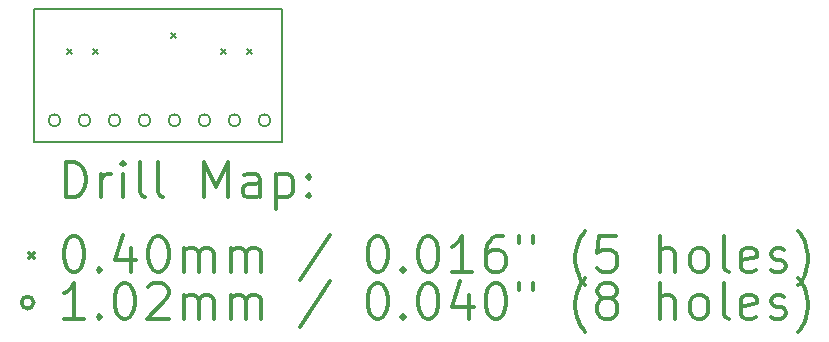
<source format=gbr>
%FSLAX45Y45*%
G04 Gerber Fmt 4.5, Leading zero omitted, Abs format (unit mm)*
G04 Created by KiCad (PCBNEW 4.0.4-stable) date Tuesday, 29 November 2016 'PMt' 01:41:12 PM*
%MOMM*%
%LPD*%
G01*
G04 APERTURE LIST*
%ADD10C,0.127000*%
%ADD11C,0.150000*%
%ADD12C,0.200000*%
%ADD13C,0.300000*%
G04 APERTURE END LIST*
D10*
D11*
X9080000Y-11980000D02*
X9080000Y-12030000D01*
X11180000Y-11980000D02*
X9080000Y-11980000D01*
X11180000Y-12030000D02*
X11180000Y-11980000D01*
X9080000Y-12040000D02*
X9080000Y-12770000D01*
X11180000Y-12760000D02*
X11180000Y-12040000D01*
X9080000Y-13100000D02*
X9080000Y-12770000D01*
X9250000Y-13100000D02*
X9080000Y-13100000D01*
X11180000Y-13100000D02*
X11180000Y-12760000D01*
X11050000Y-13100000D02*
X11180000Y-13100000D01*
X11050000Y-13100000D02*
X9250000Y-13100000D01*
D12*
X9360000Y-12320000D02*
X9400000Y-12360000D01*
X9400000Y-12320000D02*
X9360000Y-12360000D01*
X9580000Y-12320000D02*
X9620000Y-12360000D01*
X9620000Y-12320000D02*
X9580000Y-12360000D01*
X10240000Y-12180000D02*
X10280000Y-12220000D01*
X10280000Y-12180000D02*
X10240000Y-12220000D01*
X10660000Y-12320000D02*
X10700000Y-12360000D01*
X10700000Y-12320000D02*
X10660000Y-12360000D01*
X10880000Y-12320000D02*
X10920000Y-12360000D01*
X10920000Y-12320000D02*
X10880000Y-12360000D01*
X9300800Y-12920000D02*
G75*
G03X9300800Y-12920000I-50800J0D01*
G01*
X9554800Y-12920000D02*
G75*
G03X9554800Y-12920000I-50800J0D01*
G01*
X9808800Y-12920000D02*
G75*
G03X9808800Y-12920000I-50800J0D01*
G01*
X10062800Y-12920000D02*
G75*
G03X10062800Y-12920000I-50800J0D01*
G01*
X10316800Y-12920000D02*
G75*
G03X10316800Y-12920000I-50800J0D01*
G01*
X10570800Y-12920000D02*
G75*
G03X10570800Y-12920000I-50800J0D01*
G01*
X10824800Y-12920000D02*
G75*
G03X10824800Y-12920000I-50800J0D01*
G01*
X11078800Y-12920000D02*
G75*
G03X11078800Y-12920000I-50800J0D01*
G01*
D13*
X9343929Y-13573214D02*
X9343929Y-13273214D01*
X9415357Y-13273214D01*
X9458214Y-13287500D01*
X9486786Y-13316071D01*
X9501071Y-13344643D01*
X9515357Y-13401786D01*
X9515357Y-13444643D01*
X9501071Y-13501786D01*
X9486786Y-13530357D01*
X9458214Y-13558929D01*
X9415357Y-13573214D01*
X9343929Y-13573214D01*
X9643929Y-13573214D02*
X9643929Y-13373214D01*
X9643929Y-13430357D02*
X9658214Y-13401786D01*
X9672500Y-13387500D01*
X9701071Y-13373214D01*
X9729643Y-13373214D01*
X9829643Y-13573214D02*
X9829643Y-13373214D01*
X9829643Y-13273214D02*
X9815357Y-13287500D01*
X9829643Y-13301786D01*
X9843929Y-13287500D01*
X9829643Y-13273214D01*
X9829643Y-13301786D01*
X10015357Y-13573214D02*
X9986786Y-13558929D01*
X9972500Y-13530357D01*
X9972500Y-13273214D01*
X10172500Y-13573214D02*
X10143929Y-13558929D01*
X10129643Y-13530357D01*
X10129643Y-13273214D01*
X10515357Y-13573214D02*
X10515357Y-13273214D01*
X10615357Y-13487500D01*
X10715357Y-13273214D01*
X10715357Y-13573214D01*
X10986786Y-13573214D02*
X10986786Y-13416071D01*
X10972500Y-13387500D01*
X10943929Y-13373214D01*
X10886786Y-13373214D01*
X10858214Y-13387500D01*
X10986786Y-13558929D02*
X10958214Y-13573214D01*
X10886786Y-13573214D01*
X10858214Y-13558929D01*
X10843929Y-13530357D01*
X10843929Y-13501786D01*
X10858214Y-13473214D01*
X10886786Y-13458929D01*
X10958214Y-13458929D01*
X10986786Y-13444643D01*
X11129643Y-13373214D02*
X11129643Y-13673214D01*
X11129643Y-13387500D02*
X11158214Y-13373214D01*
X11215357Y-13373214D01*
X11243928Y-13387500D01*
X11258214Y-13401786D01*
X11272500Y-13430357D01*
X11272500Y-13516071D01*
X11258214Y-13544643D01*
X11243928Y-13558929D01*
X11215357Y-13573214D01*
X11158214Y-13573214D01*
X11129643Y-13558929D01*
X11401071Y-13544643D02*
X11415357Y-13558929D01*
X11401071Y-13573214D01*
X11386786Y-13558929D01*
X11401071Y-13544643D01*
X11401071Y-13573214D01*
X11401071Y-13387500D02*
X11415357Y-13401786D01*
X11401071Y-13416071D01*
X11386786Y-13401786D01*
X11401071Y-13387500D01*
X11401071Y-13416071D01*
X9032500Y-14047500D02*
X9072500Y-14087500D01*
X9072500Y-14047500D02*
X9032500Y-14087500D01*
X9401071Y-13903214D02*
X9429643Y-13903214D01*
X9458214Y-13917500D01*
X9472500Y-13931786D01*
X9486786Y-13960357D01*
X9501071Y-14017500D01*
X9501071Y-14088929D01*
X9486786Y-14146071D01*
X9472500Y-14174643D01*
X9458214Y-14188929D01*
X9429643Y-14203214D01*
X9401071Y-14203214D01*
X9372500Y-14188929D01*
X9358214Y-14174643D01*
X9343929Y-14146071D01*
X9329643Y-14088929D01*
X9329643Y-14017500D01*
X9343929Y-13960357D01*
X9358214Y-13931786D01*
X9372500Y-13917500D01*
X9401071Y-13903214D01*
X9629643Y-14174643D02*
X9643929Y-14188929D01*
X9629643Y-14203214D01*
X9615357Y-14188929D01*
X9629643Y-14174643D01*
X9629643Y-14203214D01*
X9901071Y-14003214D02*
X9901071Y-14203214D01*
X9829643Y-13888929D02*
X9758214Y-14103214D01*
X9943928Y-14103214D01*
X10115357Y-13903214D02*
X10143929Y-13903214D01*
X10172500Y-13917500D01*
X10186786Y-13931786D01*
X10201071Y-13960357D01*
X10215357Y-14017500D01*
X10215357Y-14088929D01*
X10201071Y-14146071D01*
X10186786Y-14174643D01*
X10172500Y-14188929D01*
X10143929Y-14203214D01*
X10115357Y-14203214D01*
X10086786Y-14188929D01*
X10072500Y-14174643D01*
X10058214Y-14146071D01*
X10043929Y-14088929D01*
X10043929Y-14017500D01*
X10058214Y-13960357D01*
X10072500Y-13931786D01*
X10086786Y-13917500D01*
X10115357Y-13903214D01*
X10343929Y-14203214D02*
X10343929Y-14003214D01*
X10343929Y-14031786D02*
X10358214Y-14017500D01*
X10386786Y-14003214D01*
X10429643Y-14003214D01*
X10458214Y-14017500D01*
X10472500Y-14046071D01*
X10472500Y-14203214D01*
X10472500Y-14046071D02*
X10486786Y-14017500D01*
X10515357Y-14003214D01*
X10558214Y-14003214D01*
X10586786Y-14017500D01*
X10601071Y-14046071D01*
X10601071Y-14203214D01*
X10743929Y-14203214D02*
X10743929Y-14003214D01*
X10743929Y-14031786D02*
X10758214Y-14017500D01*
X10786786Y-14003214D01*
X10829643Y-14003214D01*
X10858214Y-14017500D01*
X10872500Y-14046071D01*
X10872500Y-14203214D01*
X10872500Y-14046071D02*
X10886786Y-14017500D01*
X10915357Y-14003214D01*
X10958214Y-14003214D01*
X10986786Y-14017500D01*
X11001071Y-14046071D01*
X11001071Y-14203214D01*
X11586786Y-13888929D02*
X11329643Y-14274643D01*
X11972500Y-13903214D02*
X12001071Y-13903214D01*
X12029643Y-13917500D01*
X12043928Y-13931786D01*
X12058214Y-13960357D01*
X12072500Y-14017500D01*
X12072500Y-14088929D01*
X12058214Y-14146071D01*
X12043928Y-14174643D01*
X12029643Y-14188929D01*
X12001071Y-14203214D01*
X11972500Y-14203214D01*
X11943928Y-14188929D01*
X11929643Y-14174643D01*
X11915357Y-14146071D01*
X11901071Y-14088929D01*
X11901071Y-14017500D01*
X11915357Y-13960357D01*
X11929643Y-13931786D01*
X11943928Y-13917500D01*
X11972500Y-13903214D01*
X12201071Y-14174643D02*
X12215357Y-14188929D01*
X12201071Y-14203214D01*
X12186786Y-14188929D01*
X12201071Y-14174643D01*
X12201071Y-14203214D01*
X12401071Y-13903214D02*
X12429643Y-13903214D01*
X12458214Y-13917500D01*
X12472500Y-13931786D01*
X12486785Y-13960357D01*
X12501071Y-14017500D01*
X12501071Y-14088929D01*
X12486785Y-14146071D01*
X12472500Y-14174643D01*
X12458214Y-14188929D01*
X12429643Y-14203214D01*
X12401071Y-14203214D01*
X12372500Y-14188929D01*
X12358214Y-14174643D01*
X12343928Y-14146071D01*
X12329643Y-14088929D01*
X12329643Y-14017500D01*
X12343928Y-13960357D01*
X12358214Y-13931786D01*
X12372500Y-13917500D01*
X12401071Y-13903214D01*
X12786785Y-14203214D02*
X12615357Y-14203214D01*
X12701071Y-14203214D02*
X12701071Y-13903214D01*
X12672500Y-13946071D01*
X12643928Y-13974643D01*
X12615357Y-13988929D01*
X13043928Y-13903214D02*
X12986785Y-13903214D01*
X12958214Y-13917500D01*
X12943928Y-13931786D01*
X12915357Y-13974643D01*
X12901071Y-14031786D01*
X12901071Y-14146071D01*
X12915357Y-14174643D01*
X12929643Y-14188929D01*
X12958214Y-14203214D01*
X13015357Y-14203214D01*
X13043928Y-14188929D01*
X13058214Y-14174643D01*
X13072500Y-14146071D01*
X13072500Y-14074643D01*
X13058214Y-14046071D01*
X13043928Y-14031786D01*
X13015357Y-14017500D01*
X12958214Y-14017500D01*
X12929643Y-14031786D01*
X12915357Y-14046071D01*
X12901071Y-14074643D01*
X13186786Y-13903214D02*
X13186786Y-13960357D01*
X13301071Y-13903214D02*
X13301071Y-13960357D01*
X13743928Y-14317500D02*
X13729643Y-14303214D01*
X13701071Y-14260357D01*
X13686785Y-14231786D01*
X13672500Y-14188929D01*
X13658214Y-14117500D01*
X13658214Y-14060357D01*
X13672500Y-13988929D01*
X13686785Y-13946071D01*
X13701071Y-13917500D01*
X13729643Y-13874643D01*
X13743928Y-13860357D01*
X14001071Y-13903214D02*
X13858214Y-13903214D01*
X13843928Y-14046071D01*
X13858214Y-14031786D01*
X13886785Y-14017500D01*
X13958214Y-14017500D01*
X13986785Y-14031786D01*
X14001071Y-14046071D01*
X14015357Y-14074643D01*
X14015357Y-14146071D01*
X14001071Y-14174643D01*
X13986785Y-14188929D01*
X13958214Y-14203214D01*
X13886785Y-14203214D01*
X13858214Y-14188929D01*
X13843928Y-14174643D01*
X14372500Y-14203214D02*
X14372500Y-13903214D01*
X14501071Y-14203214D02*
X14501071Y-14046071D01*
X14486785Y-14017500D01*
X14458214Y-14003214D01*
X14415357Y-14003214D01*
X14386785Y-14017500D01*
X14372500Y-14031786D01*
X14686785Y-14203214D02*
X14658214Y-14188929D01*
X14643928Y-14174643D01*
X14629643Y-14146071D01*
X14629643Y-14060357D01*
X14643928Y-14031786D01*
X14658214Y-14017500D01*
X14686785Y-14003214D01*
X14729643Y-14003214D01*
X14758214Y-14017500D01*
X14772500Y-14031786D01*
X14786785Y-14060357D01*
X14786785Y-14146071D01*
X14772500Y-14174643D01*
X14758214Y-14188929D01*
X14729643Y-14203214D01*
X14686785Y-14203214D01*
X14958214Y-14203214D02*
X14929643Y-14188929D01*
X14915357Y-14160357D01*
X14915357Y-13903214D01*
X15186786Y-14188929D02*
X15158214Y-14203214D01*
X15101071Y-14203214D01*
X15072500Y-14188929D01*
X15058214Y-14160357D01*
X15058214Y-14046071D01*
X15072500Y-14017500D01*
X15101071Y-14003214D01*
X15158214Y-14003214D01*
X15186786Y-14017500D01*
X15201071Y-14046071D01*
X15201071Y-14074643D01*
X15058214Y-14103214D01*
X15315357Y-14188929D02*
X15343928Y-14203214D01*
X15401071Y-14203214D01*
X15429643Y-14188929D01*
X15443928Y-14160357D01*
X15443928Y-14146071D01*
X15429643Y-14117500D01*
X15401071Y-14103214D01*
X15358214Y-14103214D01*
X15329643Y-14088929D01*
X15315357Y-14060357D01*
X15315357Y-14046071D01*
X15329643Y-14017500D01*
X15358214Y-14003214D01*
X15401071Y-14003214D01*
X15429643Y-14017500D01*
X15543928Y-14317500D02*
X15558214Y-14303214D01*
X15586786Y-14260357D01*
X15601071Y-14231786D01*
X15615357Y-14188929D01*
X15629643Y-14117500D01*
X15629643Y-14060357D01*
X15615357Y-13988929D01*
X15601071Y-13946071D01*
X15586786Y-13917500D01*
X15558214Y-13874643D01*
X15543928Y-13860357D01*
X9072500Y-14463500D02*
G75*
G03X9072500Y-14463500I-50800J0D01*
G01*
X9501071Y-14599214D02*
X9329643Y-14599214D01*
X9415357Y-14599214D02*
X9415357Y-14299214D01*
X9386786Y-14342071D01*
X9358214Y-14370643D01*
X9329643Y-14384929D01*
X9629643Y-14570643D02*
X9643929Y-14584929D01*
X9629643Y-14599214D01*
X9615357Y-14584929D01*
X9629643Y-14570643D01*
X9629643Y-14599214D01*
X9829643Y-14299214D02*
X9858214Y-14299214D01*
X9886786Y-14313500D01*
X9901071Y-14327786D01*
X9915357Y-14356357D01*
X9929643Y-14413500D01*
X9929643Y-14484929D01*
X9915357Y-14542071D01*
X9901071Y-14570643D01*
X9886786Y-14584929D01*
X9858214Y-14599214D01*
X9829643Y-14599214D01*
X9801071Y-14584929D01*
X9786786Y-14570643D01*
X9772500Y-14542071D01*
X9758214Y-14484929D01*
X9758214Y-14413500D01*
X9772500Y-14356357D01*
X9786786Y-14327786D01*
X9801071Y-14313500D01*
X9829643Y-14299214D01*
X10043929Y-14327786D02*
X10058214Y-14313500D01*
X10086786Y-14299214D01*
X10158214Y-14299214D01*
X10186786Y-14313500D01*
X10201071Y-14327786D01*
X10215357Y-14356357D01*
X10215357Y-14384929D01*
X10201071Y-14427786D01*
X10029643Y-14599214D01*
X10215357Y-14599214D01*
X10343929Y-14599214D02*
X10343929Y-14399214D01*
X10343929Y-14427786D02*
X10358214Y-14413500D01*
X10386786Y-14399214D01*
X10429643Y-14399214D01*
X10458214Y-14413500D01*
X10472500Y-14442071D01*
X10472500Y-14599214D01*
X10472500Y-14442071D02*
X10486786Y-14413500D01*
X10515357Y-14399214D01*
X10558214Y-14399214D01*
X10586786Y-14413500D01*
X10601071Y-14442071D01*
X10601071Y-14599214D01*
X10743929Y-14599214D02*
X10743929Y-14399214D01*
X10743929Y-14427786D02*
X10758214Y-14413500D01*
X10786786Y-14399214D01*
X10829643Y-14399214D01*
X10858214Y-14413500D01*
X10872500Y-14442071D01*
X10872500Y-14599214D01*
X10872500Y-14442071D02*
X10886786Y-14413500D01*
X10915357Y-14399214D01*
X10958214Y-14399214D01*
X10986786Y-14413500D01*
X11001071Y-14442071D01*
X11001071Y-14599214D01*
X11586786Y-14284929D02*
X11329643Y-14670643D01*
X11972500Y-14299214D02*
X12001071Y-14299214D01*
X12029643Y-14313500D01*
X12043928Y-14327786D01*
X12058214Y-14356357D01*
X12072500Y-14413500D01*
X12072500Y-14484929D01*
X12058214Y-14542071D01*
X12043928Y-14570643D01*
X12029643Y-14584929D01*
X12001071Y-14599214D01*
X11972500Y-14599214D01*
X11943928Y-14584929D01*
X11929643Y-14570643D01*
X11915357Y-14542071D01*
X11901071Y-14484929D01*
X11901071Y-14413500D01*
X11915357Y-14356357D01*
X11929643Y-14327786D01*
X11943928Y-14313500D01*
X11972500Y-14299214D01*
X12201071Y-14570643D02*
X12215357Y-14584929D01*
X12201071Y-14599214D01*
X12186786Y-14584929D01*
X12201071Y-14570643D01*
X12201071Y-14599214D01*
X12401071Y-14299214D02*
X12429643Y-14299214D01*
X12458214Y-14313500D01*
X12472500Y-14327786D01*
X12486785Y-14356357D01*
X12501071Y-14413500D01*
X12501071Y-14484929D01*
X12486785Y-14542071D01*
X12472500Y-14570643D01*
X12458214Y-14584929D01*
X12429643Y-14599214D01*
X12401071Y-14599214D01*
X12372500Y-14584929D01*
X12358214Y-14570643D01*
X12343928Y-14542071D01*
X12329643Y-14484929D01*
X12329643Y-14413500D01*
X12343928Y-14356357D01*
X12358214Y-14327786D01*
X12372500Y-14313500D01*
X12401071Y-14299214D01*
X12758214Y-14399214D02*
X12758214Y-14599214D01*
X12686785Y-14284929D02*
X12615357Y-14499214D01*
X12801071Y-14499214D01*
X12972500Y-14299214D02*
X13001071Y-14299214D01*
X13029643Y-14313500D01*
X13043928Y-14327786D01*
X13058214Y-14356357D01*
X13072500Y-14413500D01*
X13072500Y-14484929D01*
X13058214Y-14542071D01*
X13043928Y-14570643D01*
X13029643Y-14584929D01*
X13001071Y-14599214D01*
X12972500Y-14599214D01*
X12943928Y-14584929D01*
X12929643Y-14570643D01*
X12915357Y-14542071D01*
X12901071Y-14484929D01*
X12901071Y-14413500D01*
X12915357Y-14356357D01*
X12929643Y-14327786D01*
X12943928Y-14313500D01*
X12972500Y-14299214D01*
X13186786Y-14299214D02*
X13186786Y-14356357D01*
X13301071Y-14299214D02*
X13301071Y-14356357D01*
X13743928Y-14713500D02*
X13729643Y-14699214D01*
X13701071Y-14656357D01*
X13686785Y-14627786D01*
X13672500Y-14584929D01*
X13658214Y-14513500D01*
X13658214Y-14456357D01*
X13672500Y-14384929D01*
X13686785Y-14342071D01*
X13701071Y-14313500D01*
X13729643Y-14270643D01*
X13743928Y-14256357D01*
X13901071Y-14427786D02*
X13872500Y-14413500D01*
X13858214Y-14399214D01*
X13843928Y-14370643D01*
X13843928Y-14356357D01*
X13858214Y-14327786D01*
X13872500Y-14313500D01*
X13901071Y-14299214D01*
X13958214Y-14299214D01*
X13986785Y-14313500D01*
X14001071Y-14327786D01*
X14015357Y-14356357D01*
X14015357Y-14370643D01*
X14001071Y-14399214D01*
X13986785Y-14413500D01*
X13958214Y-14427786D01*
X13901071Y-14427786D01*
X13872500Y-14442071D01*
X13858214Y-14456357D01*
X13843928Y-14484929D01*
X13843928Y-14542071D01*
X13858214Y-14570643D01*
X13872500Y-14584929D01*
X13901071Y-14599214D01*
X13958214Y-14599214D01*
X13986785Y-14584929D01*
X14001071Y-14570643D01*
X14015357Y-14542071D01*
X14015357Y-14484929D01*
X14001071Y-14456357D01*
X13986785Y-14442071D01*
X13958214Y-14427786D01*
X14372500Y-14599214D02*
X14372500Y-14299214D01*
X14501071Y-14599214D02*
X14501071Y-14442071D01*
X14486785Y-14413500D01*
X14458214Y-14399214D01*
X14415357Y-14399214D01*
X14386785Y-14413500D01*
X14372500Y-14427786D01*
X14686785Y-14599214D02*
X14658214Y-14584929D01*
X14643928Y-14570643D01*
X14629643Y-14542071D01*
X14629643Y-14456357D01*
X14643928Y-14427786D01*
X14658214Y-14413500D01*
X14686785Y-14399214D01*
X14729643Y-14399214D01*
X14758214Y-14413500D01*
X14772500Y-14427786D01*
X14786785Y-14456357D01*
X14786785Y-14542071D01*
X14772500Y-14570643D01*
X14758214Y-14584929D01*
X14729643Y-14599214D01*
X14686785Y-14599214D01*
X14958214Y-14599214D02*
X14929643Y-14584929D01*
X14915357Y-14556357D01*
X14915357Y-14299214D01*
X15186786Y-14584929D02*
X15158214Y-14599214D01*
X15101071Y-14599214D01*
X15072500Y-14584929D01*
X15058214Y-14556357D01*
X15058214Y-14442071D01*
X15072500Y-14413500D01*
X15101071Y-14399214D01*
X15158214Y-14399214D01*
X15186786Y-14413500D01*
X15201071Y-14442071D01*
X15201071Y-14470643D01*
X15058214Y-14499214D01*
X15315357Y-14584929D02*
X15343928Y-14599214D01*
X15401071Y-14599214D01*
X15429643Y-14584929D01*
X15443928Y-14556357D01*
X15443928Y-14542071D01*
X15429643Y-14513500D01*
X15401071Y-14499214D01*
X15358214Y-14499214D01*
X15329643Y-14484929D01*
X15315357Y-14456357D01*
X15315357Y-14442071D01*
X15329643Y-14413500D01*
X15358214Y-14399214D01*
X15401071Y-14399214D01*
X15429643Y-14413500D01*
X15543928Y-14713500D02*
X15558214Y-14699214D01*
X15586786Y-14656357D01*
X15601071Y-14627786D01*
X15615357Y-14584929D01*
X15629643Y-14513500D01*
X15629643Y-14456357D01*
X15615357Y-14384929D01*
X15601071Y-14342071D01*
X15586786Y-14313500D01*
X15558214Y-14270643D01*
X15543928Y-14256357D01*
M02*

</source>
